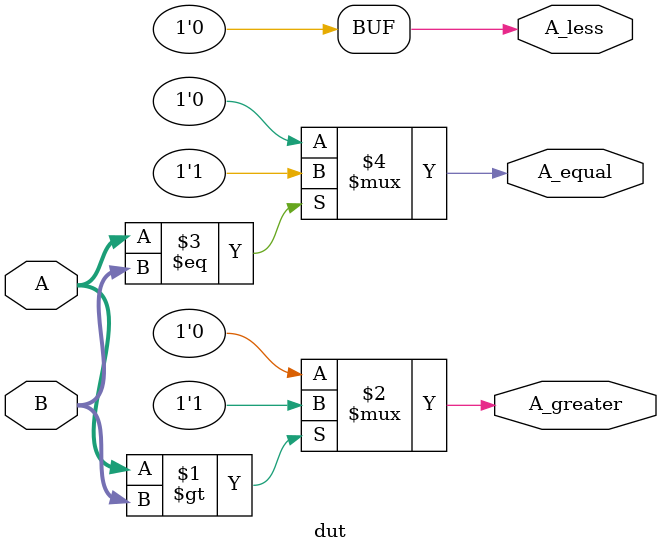
<source format=v>


module dut
(
  input [2:0] A,
  input [2:0] B,
  output A_greater,
  output A_equal,
  output A_less
);

  assign A_greater = (A > B)? 1'b1 : 1'b0;
  assign A_equal = (A == B)? 1'b1 : 1'b0;
  assign A_less = 0;

endmodule


</source>
